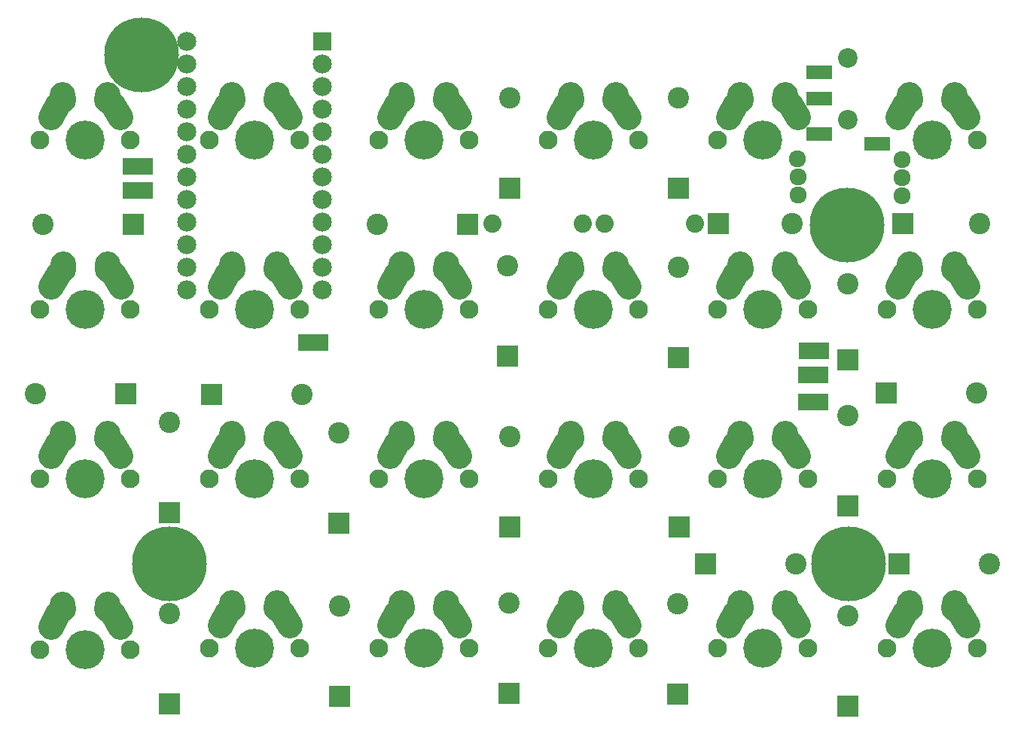
<source format=gbr>
G04 #@! TF.FileFunction,Soldermask,Bot*
%FSLAX46Y46*%
G04 Gerber Fmt 4.6, Leading zero omitted, Abs format (unit mm)*
G04 Created by KiCad (PCBNEW 4.0.7) date 08/30/18 17:20:36*
%MOMM*%
%LPD*%
G01*
G04 APERTURE LIST*
%ADD10C,0.100000*%
%ADD11C,2.398980*%
%ADD12R,2.398980X2.398980*%
%ADD13C,2.200000*%
%ADD14R,2.899360X1.598880*%
%ADD15R,3.400000X1.900000*%
%ADD16C,2.900000*%
%ADD17C,4.387810*%
%ADD18C,2.101810*%
%ADD19C,2.051000*%
%ADD20R,2.152600X2.152600*%
%ADD21C,2.152600*%
%ADD22C,1.924000*%
%ADD23C,8.400000*%
G04 APERTURE END LIST*
D10*
D11*
X146060000Y-56247460D03*
D12*
X137500000Y-56250000D03*
D11*
X69860000Y-75447460D03*
D12*
X59700000Y-75447460D03*
D11*
X125410000Y-94497460D03*
D12*
X115250000Y-94497460D03*
D11*
X93247460Y-42090000D03*
D12*
X93247460Y-52250000D03*
D11*
X93047460Y-60990000D03*
D12*
X93047460Y-71150000D03*
D11*
X112247460Y-61140000D03*
D12*
X112247460Y-71300000D03*
D11*
X131250000Y-63000000D03*
D12*
X131297460Y-71550000D03*
D11*
X93147460Y-98940000D03*
D12*
X93147460Y-109100000D03*
D11*
X147160000Y-94497460D03*
D12*
X137000000Y-94497460D03*
D11*
X145760000Y-75347460D03*
D12*
X135600000Y-75347460D03*
D11*
X131247460Y-100340000D03*
D12*
X131247460Y-110500000D03*
D11*
X112147460Y-99040000D03*
D12*
X112147460Y-109200000D03*
D11*
X112297460Y-80240000D03*
D12*
X112297460Y-90400000D03*
D11*
X93247460Y-80240000D03*
D12*
X93247460Y-90400000D03*
D11*
X74047460Y-79790000D03*
D12*
X74047460Y-89950000D03*
D11*
X74097460Y-99240000D03*
D12*
X74097460Y-109400000D03*
D11*
X54997460Y-100090000D03*
D12*
X54997460Y-110250000D03*
D11*
X54997460Y-78590000D03*
D12*
X54997460Y-88750000D03*
D11*
X39890000Y-75402540D03*
D12*
X50050000Y-75402540D03*
D11*
X40790000Y-56352540D03*
D12*
X50950000Y-56352540D03*
D11*
X78390000Y-56352540D03*
D12*
X88550000Y-56352540D03*
D11*
X125000000Y-56250000D03*
D12*
X116750000Y-56297460D03*
D13*
X131318000Y-44599860D03*
D14*
X134566660Y-47302420D03*
X128069340Y-42202100D03*
X128069340Y-39202360D03*
X128069340Y-46202600D03*
D15*
X51401980Y-49847500D03*
X51419760Y-52557680D03*
X127388620Y-73299320D03*
X127447040Y-70530720D03*
X127411480Y-76362560D03*
D13*
X131320540Y-37599620D03*
D15*
X71211440Y-69598540D03*
D11*
X112197460Y-42090000D03*
D12*
X112197460Y-52250000D03*
D16*
X138250276Y-41770672D02*
X138289724Y-42349328D01*
X143940184Y-42849693D02*
X144749816Y-44310307D01*
D17*
X140750000Y-46850000D03*
D18*
X145830000Y-46850000D03*
D16*
X137750453Y-42850046D02*
X136939547Y-44309954D01*
X143289724Y-41770672D02*
X143250276Y-42349328D01*
X119200276Y-41770672D02*
X119239724Y-42349328D01*
X124890184Y-42849693D02*
X125699816Y-44310307D01*
D17*
X121700000Y-46850000D03*
D18*
X116620000Y-46850000D03*
D16*
X118700453Y-42850046D02*
X117889547Y-44309954D01*
X124239724Y-41770672D02*
X124200276Y-42349328D01*
D11*
X131247460Y-77840000D03*
D12*
X131247460Y-88000000D03*
D19*
X101480000Y-56300000D03*
X91320000Y-56300000D03*
X103970000Y-56300000D03*
X114130000Y-56300000D03*
D16*
X43000276Y-41770672D02*
X43039724Y-42349328D01*
X48690184Y-42849693D02*
X49499816Y-44310307D01*
D17*
X45500000Y-46850000D03*
D18*
X40420000Y-46850000D03*
X50580000Y-46850000D03*
D16*
X42500453Y-42850046D02*
X41689547Y-44309954D01*
X48039724Y-41770672D02*
X48000276Y-42349328D01*
X43050276Y-60870672D02*
X43089724Y-61449328D01*
X48740184Y-61949693D02*
X49549816Y-63410307D01*
D17*
X45550000Y-65950000D03*
D18*
X40470000Y-65950000D03*
X50630000Y-65950000D03*
D16*
X42550453Y-61950046D02*
X41739547Y-63409954D01*
X48089724Y-60870672D02*
X48050276Y-61449328D01*
X43000276Y-79920672D02*
X43039724Y-80499328D01*
X48690184Y-80999693D02*
X49499816Y-82460307D01*
D17*
X45500000Y-85000000D03*
D18*
X40420000Y-85000000D03*
X50580000Y-85000000D03*
D16*
X42500453Y-81000046D02*
X41689547Y-82459954D01*
X48039724Y-79920672D02*
X48000276Y-80499328D01*
X43000276Y-99070672D02*
X43039724Y-99649328D01*
X48690184Y-100149693D02*
X49499816Y-101610307D01*
D17*
X45500000Y-104150000D03*
D18*
X40420000Y-104150000D03*
X50580000Y-104150000D03*
D16*
X42500453Y-100150046D02*
X41689547Y-101609954D01*
X48039724Y-99070672D02*
X48000276Y-99649328D01*
X62050276Y-41770672D02*
X62089724Y-42349328D01*
X67740184Y-42849693D02*
X68549816Y-44310307D01*
D17*
X64550000Y-46850000D03*
D18*
X59470000Y-46850000D03*
X69630000Y-46850000D03*
D16*
X61550453Y-42850046D02*
X60739547Y-44309954D01*
X67089724Y-41770672D02*
X67050276Y-42349328D01*
X62050276Y-60820672D02*
X62089724Y-61399328D01*
X67740184Y-61899693D02*
X68549816Y-63360307D01*
D17*
X64550000Y-65900000D03*
D18*
X59470000Y-65900000D03*
X69630000Y-65900000D03*
D16*
X61550453Y-61900046D02*
X60739547Y-63359954D01*
X67089724Y-60820672D02*
X67050276Y-61399328D01*
X62050276Y-79870672D02*
X62089724Y-80449328D01*
X67740184Y-80949693D02*
X68549816Y-82410307D01*
D17*
X64550000Y-84950000D03*
D18*
X59470000Y-84950000D03*
X69630000Y-84950000D03*
D16*
X61550453Y-80950046D02*
X60739547Y-82409954D01*
X67089724Y-79870672D02*
X67050276Y-80449328D01*
X62050276Y-98920672D02*
X62089724Y-99499328D01*
X67740184Y-99999693D02*
X68549816Y-101460307D01*
D17*
X64550000Y-104000000D03*
D18*
X59470000Y-104000000D03*
X69630000Y-104000000D03*
D16*
X61550453Y-100000046D02*
X60739547Y-101459954D01*
X67089724Y-98920672D02*
X67050276Y-99499328D01*
X81100276Y-41770672D02*
X81139724Y-42349328D01*
X86790184Y-42849693D02*
X87599816Y-44310307D01*
D17*
X83600000Y-46850000D03*
D18*
X78520000Y-46850000D03*
X88680000Y-46850000D03*
D16*
X80600453Y-42850046D02*
X79789547Y-44309954D01*
X86139724Y-41770672D02*
X86100276Y-42349328D01*
X81100276Y-60820672D02*
X81139724Y-61399328D01*
X86790184Y-61899693D02*
X87599816Y-63360307D01*
D17*
X83600000Y-65900000D03*
D18*
X78520000Y-65900000D03*
X88680000Y-65900000D03*
D16*
X80600453Y-61900046D02*
X79789547Y-63359954D01*
X86139724Y-60820672D02*
X86100276Y-61399328D01*
X81100276Y-79870672D02*
X81139724Y-80449328D01*
X86790184Y-80949693D02*
X87599816Y-82410307D01*
D17*
X83600000Y-84950000D03*
D18*
X78520000Y-84950000D03*
X88680000Y-84950000D03*
D16*
X80600453Y-80950046D02*
X79789547Y-82409954D01*
X86139724Y-79870672D02*
X86100276Y-80449328D01*
X81100276Y-98920672D02*
X81139724Y-99499328D01*
X86790184Y-99999693D02*
X87599816Y-101460307D01*
D17*
X83600000Y-104000000D03*
D18*
X78520000Y-104000000D03*
X88680000Y-104000000D03*
D16*
X80600453Y-100000046D02*
X79789547Y-101459954D01*
X86139724Y-98920672D02*
X86100276Y-99499328D01*
X100150276Y-41770672D02*
X100189724Y-42349328D01*
X105840184Y-42849693D02*
X106649816Y-44310307D01*
D17*
X102650000Y-46850000D03*
D18*
X97570000Y-46850000D03*
X107730000Y-46850000D03*
D16*
X99650453Y-42850046D02*
X98839547Y-44309954D01*
X105189724Y-41770672D02*
X105150276Y-42349328D01*
X100150276Y-60820672D02*
X100189724Y-61399328D01*
X105840184Y-61899693D02*
X106649816Y-63360307D01*
D17*
X102650000Y-65900000D03*
D18*
X97570000Y-65900000D03*
X107730000Y-65900000D03*
D16*
X99650453Y-61900046D02*
X98839547Y-63359954D01*
X105189724Y-60820672D02*
X105150276Y-61399328D01*
X100150276Y-79870672D02*
X100189724Y-80449328D01*
X105840184Y-80949693D02*
X106649816Y-82410307D01*
D17*
X102650000Y-84950000D03*
D18*
X97570000Y-84950000D03*
X107730000Y-84950000D03*
D16*
X99650453Y-80950046D02*
X98839547Y-82409954D01*
X105189724Y-79870672D02*
X105150276Y-80449328D01*
X100150276Y-98920672D02*
X100189724Y-99499328D01*
X105840184Y-99999693D02*
X106649816Y-101460307D01*
D17*
X102650000Y-104000000D03*
D18*
X97570000Y-104000000D03*
X107730000Y-104000000D03*
D16*
X99650453Y-100000046D02*
X98839547Y-101459954D01*
X105189724Y-98920672D02*
X105150276Y-99499328D01*
X119200276Y-60820672D02*
X119239724Y-61399328D01*
X124890184Y-61899693D02*
X125699816Y-63360307D01*
D17*
X121700000Y-65900000D03*
D18*
X116620000Y-65900000D03*
X126780000Y-65900000D03*
D16*
X118700453Y-61900046D02*
X117889547Y-63359954D01*
X124239724Y-60820672D02*
X124200276Y-61399328D01*
X119200276Y-79870672D02*
X119239724Y-80449328D01*
X124890184Y-80949693D02*
X125699816Y-82410307D01*
D17*
X121700000Y-84950000D03*
D18*
X116620000Y-84950000D03*
X126780000Y-84950000D03*
D16*
X118700453Y-80950046D02*
X117889547Y-82409954D01*
X124239724Y-79870672D02*
X124200276Y-80449328D01*
X119200276Y-98920672D02*
X119239724Y-99499328D01*
X124890184Y-99999693D02*
X125699816Y-101460307D01*
D17*
X121700000Y-104000000D03*
D18*
X116620000Y-104000000D03*
X126780000Y-104000000D03*
D16*
X118700453Y-100000046D02*
X117889547Y-101459954D01*
X124239724Y-98920672D02*
X124200276Y-99499328D01*
X138250276Y-60820672D02*
X138289724Y-61399328D01*
X143940184Y-61899693D02*
X144749816Y-63360307D01*
D17*
X140750000Y-65900000D03*
D18*
X135670000Y-65900000D03*
X145830000Y-65900000D03*
D16*
X137750453Y-61900046D02*
X136939547Y-63359954D01*
X143289724Y-60820672D02*
X143250276Y-61399328D01*
X138250276Y-79870672D02*
X138289724Y-80449328D01*
X143940184Y-80949693D02*
X144749816Y-82410307D01*
D17*
X140750000Y-84950000D03*
D18*
X135670000Y-84950000D03*
X145830000Y-84950000D03*
D16*
X137750453Y-80950046D02*
X136939547Y-82409954D01*
X143289724Y-79870672D02*
X143250276Y-80449328D01*
X138250276Y-98920672D02*
X138289724Y-99499328D01*
X143940184Y-99999693D02*
X144749816Y-101460307D01*
D17*
X140750000Y-104000000D03*
D18*
X135670000Y-104000000D03*
X145830000Y-104000000D03*
D16*
X137750453Y-100000046D02*
X136939547Y-101459954D01*
X143289724Y-98920672D02*
X143250276Y-99499328D01*
D20*
X72170000Y-35780000D03*
D21*
X72170000Y-38320000D03*
X72170000Y-40860000D03*
X72170000Y-43400000D03*
X72170000Y-45940000D03*
X72170000Y-48480000D03*
X72170000Y-51020000D03*
X72170000Y-53560000D03*
X72170000Y-56100000D03*
X72170000Y-58640000D03*
X72170000Y-61180000D03*
X72170000Y-63720000D03*
X56930000Y-63720000D03*
X56930000Y-61180000D03*
X56930000Y-58640000D03*
X56930000Y-56100000D03*
X56930000Y-53560000D03*
X56930000Y-51020000D03*
X56930000Y-48480000D03*
X56930000Y-40860000D03*
X56930000Y-38320000D03*
X56930000Y-35780000D03*
X56930000Y-45940000D03*
X56930000Y-43400000D03*
D22*
X137410000Y-51110000D03*
X137390000Y-49100000D03*
X137410000Y-53110000D03*
X125660000Y-51010000D03*
X125640000Y-49000000D03*
X125660000Y-53010000D03*
D23*
X55000000Y-94500000D03*
X131350000Y-94550000D03*
X131200000Y-56450000D03*
X51850000Y-37300000D03*
M02*

</source>
